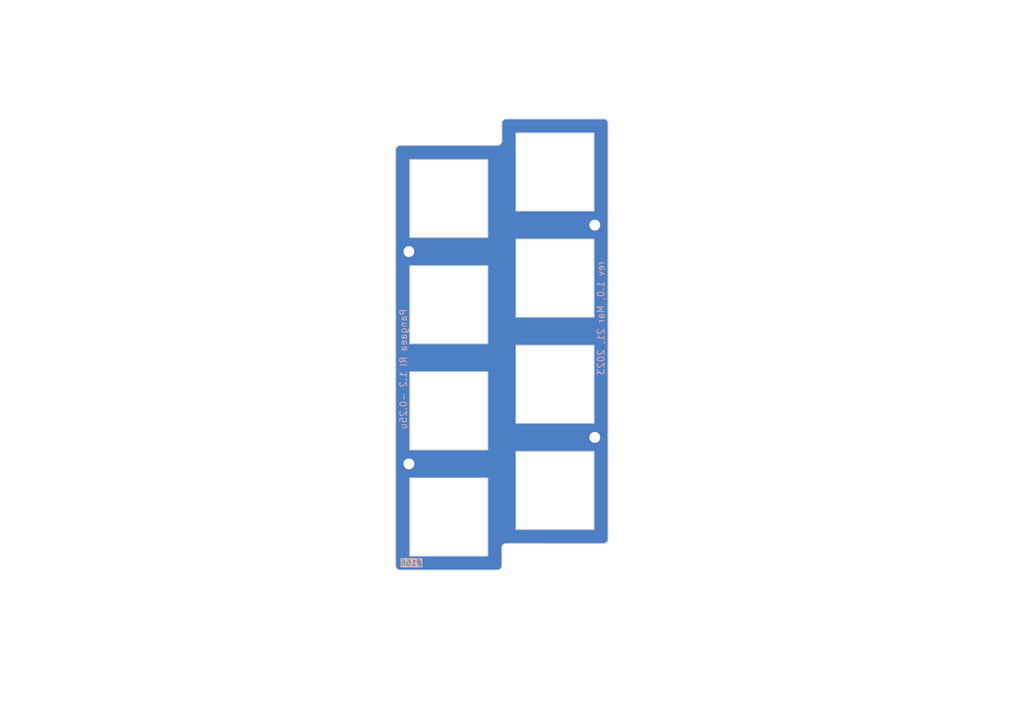
<source format=kicad_pcb>
(kicad_pcb (version 20221018) (generator pcbnew)
  (title_block (rev "1") (company "@e3w2q"))
  (layers (0 "F.Cu" signal) (31 "B.Cu" signal) (34 "B.Paste" user) (35 "F.Paste" user) (36 "B.SilkS" user "B.Silkscreen") (37 "F.SilkS" user "F.Silkscreen") (38 "B.Mask" user) (39 "F.Mask" user) (44 "Edge.Cuts" user))
  (net 0 "")
  (footprint "#footprint:Keyswitch_Plate_Hole" (layer "F.Cu") (at 121.840625 104.775)
    (fp_text reference "SW13" hide)
    (fp_text value "SW_Push" hide)
    (fp_line (start -7 -7) (end -7 7) (stroke (width 0.15)) (layer "Edge.Cuts"))
    (fp_line (start 7 -7) (end -7 -7) (stroke (width 0.15)) (layer "Edge.Cuts"))
    (fp_line (start 7 -7) (end 7 7) (stroke (width 0.15)) (layer "Edge.Cuts"))
    (fp_line (start 7 7) (end -7 7) (stroke (width 0.15)) (layer "Edge.Cuts"))
  )
  (footprint "#footprint:M2_Hole" (layer "F.Cu") (at 131.365625 58.8875)
    (fp_text reference "H6" hide)
    (fp_text value "MountingHole" hide)
  )
  (footprint "#footprint:M2_Hole" (layer "F.Cu") (at 114.6969 114.3)
    (fp_text reference "H13" hide)
    (fp_text value "MountingHole" hide)
    (pad "" np_thru_hole circle (at 0 0) (size 1.95 1.95) (drill 1.95) (layers "F&B.Cu" "*.Mask"))
  )
  (footprint "#footprint:M2_Hole" (layer "F.Cu") (at 148.034425 71.4375)
    (fp_text reference "H11" hide)
    (fp_text value "MountingHole" hide)
    (pad "" np_thru_hole circle (at 0 0) (size 1.95 1.95) (drill 1.95) (layers "F&B.Cu" "*.Mask"))
  )
  (footprint "#footprint:M2_Hole" (layer "F.Cu") (at 148.034425 109.5375)
    (fp_text reference "H12" hide)
    (fp_text value "MountingHole" hide)
    (pad "" np_thru_hole circle (at 0 0) (size 1.95 1.95) (drill 1.95) (layers "F&B.Cu" "*.Mask"))
  )
  (footprint "#footprint:Keyswitch_Plate_Hole" (layer "F.Cu") (at 140.890625 80.9625)
    (fp_text reference "SW8" hide)
    (fp_text value "SW_Push" hide)
    (fp_line (start -7 -7) (end -7 7) (stroke (width 0.15)) (layer "Edge.Cuts"))
    (fp_line (start 7 -7) (end -7 -7) (stroke (width 0.15)) (layer "Edge.Cuts"))
    (fp_line (start 7 -7) (end 7 7) (stroke (width 0.15)) (layer "Edge.Cuts"))
    (fp_line (start 7 7) (end -7 7) (stroke (width 0.15)) (layer "Edge.Cuts"))
  )
  (footprint "#footprint:Keyswitch_Plate_Hole" (layer "F.Cu") (at 121.840625 123.825)
    (fp_text reference "SW19" hide)
    (fp_text value "SW_Push" hide)
    (fp_line (start -7 -7) (end -7 7) (stroke (width 0.15)) (layer "Edge.Cuts"))
    (fp_line (start 7 -7) (end -7 -7) (stroke (width 0.15)) (layer "Edge.Cuts"))
    (fp_line (start 7 -7) (end 7 7) (stroke (width 0.15)) (layer "Edge.Cuts"))
    (fp_line (start 7 7) (end -7 7) (stroke (width 0.15)) (layer "Edge.Cuts"))
  )
  (footprint "#footprint:Keyswitch_Plate_Hole" (layer "F.Cu") (at 140.890625 100.0125)
    (fp_text reference "SW14" hide)
    (fp_text value "SW_Push" hide)
    (fp_line (start -7 -7) (end -7 7) (stroke (width 0.15)) (layer "Edge.Cuts"))
    (fp_line (start 7 -7) (end -7 -7) (stroke (width 0.15)) (layer "Edge.Cuts"))
    (fp_line (start 7 -7) (end 7 7) (stroke (width 0.15)) (layer "Edge.Cuts"))
    (fp_line (start 7 7) (end -7 7) (stroke (width 0.15)) (layer "Edge.Cuts"))
  )
  (footprint "#footprint:Keyswitch_Plate_Hole" (layer "F.Cu") (at 121.840625 85.725)
    (fp_text reference "SW7" hide)
    (fp_text value "SW_Push" hide)
    (fp_line (start -7 -7) (end -7 7) (stroke (width 0.15)) (layer "Edge.Cuts"))
    (fp_line (start 7 -7) (end -7 -7) (stroke (width 0.15)) (layer "Edge.Cuts"))
    (fp_line (start 7 -7) (end 7 7) (stroke (width 0.15)) (layer "Edge.Cuts"))
    (fp_line (start 7 7) (end -7 7) (stroke (width 0.15)) (layer "Edge.Cuts"))
  )
  (footprint "#footprint:Keyswitch_Plate_Hole" (layer "F.Cu") (at 121.840625 66.675)
    (fp_text reference "SW1" hide)
    (fp_text value "SW_Push" hide)
    (fp_line (start -7 -7) (end -7 7) (stroke (width 0.15)) (layer "Edge.Cuts"))
    (fp_line (start 7 -7) (end -7 -7) (stroke (width 0.15)) (layer "Edge.Cuts"))
    (fp_line (start 7 -7) (end 7 7) (stroke (width 0.15)) (layer "Edge.Cuts"))
    (fp_line (start 7 7) (end -7 7) (stroke (width 0.15)) (layer "Edge.Cuts"))
  )
  (footprint "#footprint:M2_Hole" (layer "F.Cu") (at 114.6969 76.2)
    (fp_text reference "H14" hide)
    (fp_text value "MountingHole" hide)
    (pad "" np_thru_hole circle (at 0 0) (size 1.95 1.95) (drill 1.95) (layers "F&B.Cu" "*.Mask"))
  )
  (footprint "#footprint:Keyswitch_Plate_Hole" (layer "F.Cu") (at 140.890625 119.0625)
    (fp_text reference "SW20" hide)
    (fp_text value "SW_Push" hide)
    (fp_line (start -7 -7) (end -7 7) (stroke (width 0.15)) (layer "Edge.Cuts"))
    (fp_line (start 7 -7) (end -7 -7) (stroke (width 0.15)) (layer "Edge.Cuts"))
    (fp_line (start 7 -7) (end 7 7) (stroke (width 0.15)) (layer "Edge.Cuts"))
    (fp_line (start 7 7) (end -7 7) (stroke (width 0.15)) (layer "Edge.Cuts"))
  )
  (footprint "#footprint:Keyswitch_Plate_Hole" (layer "F.Cu") (at 140.890625 61.9125)
    (fp_text reference "SW2" hide)
    (fp_text value "SW_Push" hide)
    (fp_line (start -7 -7) (end -7 7) (stroke (width 0.15)) (layer "Edge.Cuts"))
    (fp_line (start 7 -7) (end -7 -7) (stroke (width 0.15)) (layer "Edge.Cuts"))
    (fp_line (start 7 -7) (end 7 7) (stroke (width 0.15)) (layer "Edge.Cuts"))
    (fp_line (start 7 7) (end -7 7) (stroke (width 0.15)) (layer "Edge.Cuts"))
  )
  (gr_arc (start 149.621875 52.3875) (mid 150.183141 52.619984) (end 150.415625 53.18125) (stroke (width 0.15)) (layer "Edge.Cuts"))
  (gr_arc (start 113.109375 133.35) (mid 112.548109 133.117516) (end 112.315625 132.55625) (stroke (width 0.15)) (layer "Edge.Cuts"))
  (gr_line (start 149.621875 52.3875) (end 132.159375 52.3875) (stroke (width 0.15)) (layer "Edge.Cuts"))
  (gr_arc (start 131.369781 132.548742) (mid 131.14 133.11) (end 130.582597 133.348983) (stroke (width 0.15)) (layer "Edge.Cuts"))
  (gr_arc (start 150.415625 127.794367) (mid 150.183139 128.355624) (end 149.621875 128.588117) (stroke (width 0.15)) (layer "Edge.Cuts"))
  (gr_arc (start 131.365625 53.18125) (mid 131.598109 52.619984) (end 132.159375 52.3875) (stroke (width 0.15)) (layer "Edge.Cuts"))
  (gr_arc (start 131.365625 56.35625) (mid 131.133141 56.917516) (end 130.571875 57.15) (stroke (width 0.15)) (layer "Edge.Cuts"))
  (gr_line (start 150.415625 53.18125) (end 150.415625 127.794367) (stroke (width 0.15)) (layer "Edge.Cuts"))
  (gr_line (start 112.315625 57.94375) (end 112.315625 132.55625) (stroke (width 0.15)) (layer "Edge.Cuts"))
  (gr_line (start 130.571875 57.15) (end 113.109375 57.15) (stroke (width 0.15)) (layer "Edge.Cuts"))
  (gr_arc (start 112.315625 57.94375) (mid 112.548109 57.382484) (end 113.109375 57.15) (stroke (width 0.15)) (layer "Edge.Cuts"))
  (gr_line (start 130.582597 133.348983) (end 113.109375 133.35) (stroke (width 0.15)) (layer "Edge.Cuts"))
  (gr_line (start 132.161266 128.579771) (end 149.621875 128.588117) (stroke (width 0.15)) (layer "Edge.Cuts"))
  (gr_arc (start 131.369781 129.371256) (mid 131.601612 128.811602) (end 132.161266 128.579771) (stroke (width 0.15)) (layer "Edge.Cuts"))
  (gr_line (start 131.365625 53.18125) (end 131.365625 56.35625) (stroke (width 0.15)) (layer "Edge.Cuts"))
  (gr_line (start 131.369781 129.371256) (end 131.369781 132.548742) (stroke (width 0.15)) (layer "Edge.Cuts"))
  (gr_text "rev 1.0, Mar 21, 2023" (at 149.13 88.12 90) (layer "B.SilkS") (effects (font (size 1.2 1.2)) (justify mirror)))
  (gr_text "#166" (at 115.12 132.04) (layer "B.SilkS" knockout) (effects (font (size 1 1)) (justify mirror)))
  (gr_text "Pangaea RI 1.2 -0.25u" (at 113.72 97.27 90) (layer "B.SilkS") (effects (font (size 1.2 1.2)) (justify mirror)))
  (zone (net 0) (net_name "") (layers "F&B.Cu") (connect_pads (clearance 0.3)) (min_thickness 0.254) (fill yes (thermal_gap 0.508) (thermal_bridge_width 0.508))
    (polygon (pts (xy 225.028125 161.13125) (xy 41.365625 161.13125) (xy 41.365625 31.046875) (xy 225.028125 31.046875)))
  )
)
</source>
